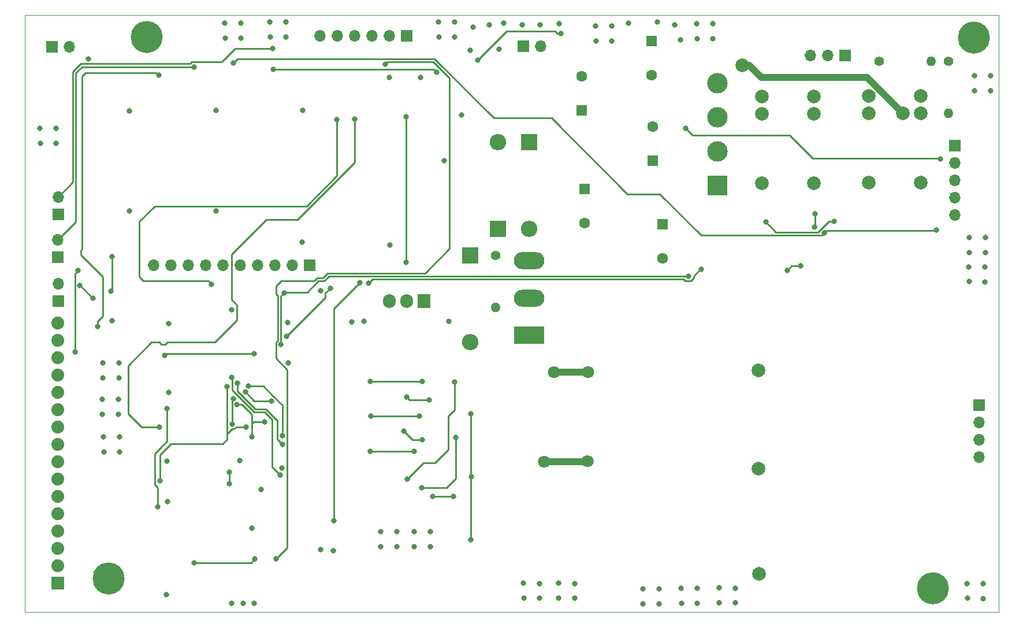
<source format=gbr>
%TF.GenerationSoftware,KiCad,Pcbnew,(6.0.0)*%
%TF.CreationDate,2022-06-11T13:18:49-06:00*%
%TF.ProjectId,Turbopump Controller,54757262-6f70-4756-9d70-20436f6e7472,rev?*%
%TF.SameCoordinates,Original*%
%TF.FileFunction,Copper,L4,Bot*%
%TF.FilePolarity,Positive*%
%FSLAX46Y46*%
G04 Gerber Fmt 4.6, Leading zero omitted, Abs format (unit mm)*
G04 Created by KiCad (PCBNEW (6.0.0)) date 2022-06-11 13:18:49*
%MOMM*%
%LPD*%
G01*
G04 APERTURE LIST*
%TA.AperFunction,Profile*%
%ADD10C,0.100000*%
%TD*%
%TA.AperFunction,ComponentPad*%
%ADD11R,3.000000X3.000000*%
%TD*%
%TA.AperFunction,ComponentPad*%
%ADD12C,3.000000*%
%TD*%
%TA.AperFunction,ComponentPad*%
%ADD13R,1.700000X1.700000*%
%TD*%
%TA.AperFunction,ComponentPad*%
%ADD14O,1.700000X1.700000*%
%TD*%
%TA.AperFunction,ComponentPad*%
%ADD15C,4.700000*%
%TD*%
%TA.AperFunction,ComponentPad*%
%ADD16C,1.400000*%
%TD*%
%TA.AperFunction,ComponentPad*%
%ADD17O,1.400000X1.400000*%
%TD*%
%TA.AperFunction,ComponentPad*%
%ADD18R,1.905000X2.000000*%
%TD*%
%TA.AperFunction,ComponentPad*%
%ADD19O,1.905000X2.000000*%
%TD*%
%TA.AperFunction,ComponentPad*%
%ADD20R,1.600000X1.600000*%
%TD*%
%TA.AperFunction,ComponentPad*%
%ADD21C,1.600000*%
%TD*%
%TA.AperFunction,ComponentPad*%
%ADD22R,2.400000X2.400000*%
%TD*%
%TA.AperFunction,ComponentPad*%
%ADD23O,2.400000X2.400000*%
%TD*%
%TA.AperFunction,ComponentPad*%
%ADD24R,4.500000X2.500000*%
%TD*%
%TA.AperFunction,ComponentPad*%
%ADD25O,4.500000X2.500000*%
%TD*%
%TA.AperFunction,ComponentPad*%
%ADD26R,1.879600X1.879600*%
%TD*%
%TA.AperFunction,ComponentPad*%
%ADD27C,1.879600*%
%TD*%
%TA.AperFunction,ComponentPad*%
%ADD28C,2.000000*%
%TD*%
%TA.AperFunction,ViaPad*%
%ADD29C,0.800000*%
%TD*%
%TA.AperFunction,ViaPad*%
%ADD30C,2.000000*%
%TD*%
%TA.AperFunction,ViaPad*%
%ADD31C,1.800000*%
%TD*%
%TA.AperFunction,Conductor*%
%ADD32C,0.250000*%
%TD*%
%TA.AperFunction,Conductor*%
%ADD33C,1.000000*%
%TD*%
G04 APERTURE END LIST*
D10*
X92870000Y-53320000D02*
X235620000Y-53320000D01*
X235620000Y-53320000D02*
X235620000Y-140720000D01*
X235620000Y-140720000D02*
X92870000Y-140720000D01*
X92870000Y-140720000D02*
X92870000Y-53320000D01*
D11*
%TO.P,D1,1,+*%
%TO.N,Net-(C1-Pad1)*%
X194387500Y-78307500D03*
D12*
%TO.P,D1,2,-*%
%TO.N,GND*%
X194387500Y-73307500D03*
%TO.P,D1,3*%
%TO.N,Net-(D1-Pad3)*%
X194387500Y-68307500D03*
%TO.P,D1,4*%
%TO.N,Net-(D1-Pad4)*%
X194387500Y-63307500D03*
%TD*%
D13*
%TO.P,SW1,1,A*%
%TO.N,GND*%
X97775000Y-95170000D03*
D14*
%TO.P,SW1,2,B*%
%TO.N,Net-(SW1-Pad2)*%
X97775000Y-92630000D03*
%TD*%
D15*
%TO.P,REF\u002A\u002A,1*%
%TO.N,N/C*%
X232030000Y-56630000D03*
%TD*%
D16*
%TO.P,R1,1*%
%TO.N,Net-(C1-Pad1)*%
X218150000Y-60050000D03*
D17*
%TO.P,R1,2*%
%TO.N,Net-(C5-Pad1)*%
X225770000Y-60050000D03*
%TD*%
D13*
%TO.P,J1,1,Pin_1*%
%TO.N,Net-(J1-Pad1)*%
X213085000Y-59205000D03*
D14*
%TO.P,J1,2,Pin_2*%
%TO.N,Net-(J1-Pad2)*%
X210545000Y-59205000D03*
%TO.P,J1,3,Pin_3*%
%TO.N,Net-(J1-Pad3)*%
X208005000Y-59205000D03*
%TD*%
D15*
%TO.P,REF\u002A\u002A,1*%
%TO.N,N/C*%
X110750000Y-56510000D03*
%TD*%
D13*
%TO.P,J4,1,Pin_1*%
%TO.N,Net-(J4-Pad1)*%
X96890000Y-57979000D03*
D14*
%TO.P,J4,2,Pin_2*%
%TO.N,+5V*%
X99430000Y-57979000D03*
%TD*%
D18*
%TO.P,U6,1,VI*%
%TO.N,Net-(C6-Pad1)*%
X151370000Y-95205000D03*
D19*
%TO.P,U6,2,GND*%
%TO.N,GND*%
X148830000Y-95205000D03*
%TO.P,U6,3,VO*%
%TO.N,+15V*%
X146290000Y-95205000D03*
%TD*%
D20*
%TO.P,C1,1*%
%TO.N,Net-(C1-Pad1)*%
X184930000Y-74662651D03*
D21*
%TO.P,C1,2*%
%TO.N,GND*%
X184930000Y-69662651D03*
%TD*%
D22*
%TO.P,D2,1,K*%
%TO.N,Net-(C1-Pad1)*%
X166800000Y-71960000D03*
D23*
%TO.P,D2,2,A*%
%TO.N,Net-(D2-Pad2)*%
X166800000Y-84660000D03*
%TD*%
D13*
%TO.P,J6,1,Pin_1*%
%TO.N,GND*%
X148880000Y-56340000D03*
D14*
%TO.P,J6,2,Pin_2*%
%TO.N,Net-(C30-Pad1)*%
X146340000Y-56340000D03*
%TO.P,J6,3,Pin_3*%
%TO.N,Net-(J6-Pad3)*%
X143800000Y-56340000D03*
%TO.P,J6,4,Pin_4*%
%TO.N,Net-(J6-Pad4)*%
X141260000Y-56340000D03*
%TO.P,J6,5,Pin_5*%
%TO.N,Net-(J6-Pad5)*%
X138720000Y-56340000D03*
%TO.P,J6,6,Pin_6*%
%TO.N,Net-(J6-Pad6)*%
X136180000Y-56340000D03*
%TD*%
D13*
%TO.P,SW3,1,A*%
%TO.N,GND*%
X97750000Y-88770000D03*
D14*
%TO.P,SW3,2,B*%
%TO.N,Net-(SW3-Pad2)*%
X97750000Y-86230000D03*
%TD*%
D13*
%TO.P,J7,1,Pin_1*%
%TO.N,Net-(J7-Pad1)*%
X134650000Y-89925000D03*
D14*
%TO.P,J7,2,Pin_2*%
%TO.N,Net-(J7-Pad2)*%
X132110000Y-89925000D03*
%TO.P,J7,3,Pin_3*%
%TO.N,Net-(J7-Pad3)*%
X129570000Y-89925000D03*
%TO.P,J7,4,Pin_4*%
%TO.N,Net-(J7-Pad4)*%
X127030000Y-89925000D03*
%TO.P,J7,5,Pin_5*%
%TO.N,Net-(J7-Pad5)*%
X124490000Y-89925000D03*
%TO.P,J7,6,Pin_6*%
%TO.N,Net-(J7-Pad6)*%
X121950000Y-89925000D03*
%TO.P,J7,7,Pin_7*%
%TO.N,Net-(J7-Pad7)*%
X119410000Y-89925000D03*
%TO.P,J7,8,Pin_8*%
%TO.N,Net-(J7-Pad8)*%
X116870000Y-89925000D03*
%TO.P,J7,9,Pin_9*%
%TO.N,Net-(J7-Pad9)*%
X114330000Y-89925000D03*
%TO.P,J7,10,Pin_10*%
%TO.N,Net-(J7-Pad10)*%
X111790000Y-89925000D03*
%TD*%
D24*
%TO.P,Q3,1,D*%
%TO.N,Net-(C1-Pad1)*%
X166795000Y-100210000D03*
D25*
%TO.P,Q3,2,S*%
%TO.N,GND*%
X166795000Y-94760000D03*
%TO.P,Q3,3,G*%
%TO.N,Net-(D6-Pad2)*%
X166795000Y-89310000D03*
%TD*%
D13*
%TO.P,J3,1,Pin_1*%
%TO.N,GND*%
X229205000Y-72430000D03*
D14*
%TO.P,J3,2,Pin_2*%
%TO.N,Net-(D10-Pad3)*%
X229205000Y-74970000D03*
%TO.P,J3,3,Pin_3*%
%TO.N,Net-(J3-Pad3)*%
X229205000Y-77510000D03*
%TO.P,J3,4,Pin_4*%
%TO.N,Net-(C5-Pad1)*%
X229205000Y-80050000D03*
%TO.P,J3,5,Pin_5*%
%TO.N,+5V*%
X229205000Y-82590000D03*
%TD*%
D16*
%TO.P,R4,1*%
%TO.N,Net-(C5-Pad1)*%
X228230000Y-60050000D03*
D17*
%TO.P,R4,2*%
%TO.N,Net-(C5-Pad2)*%
X228230000Y-67670000D03*
%TD*%
D13*
%TO.P,SW2,1,A*%
%TO.N,GND*%
X97765000Y-82480000D03*
D14*
%TO.P,SW2,2,B*%
%TO.N,Net-(SW2-Pad2)*%
X97765000Y-79940000D03*
%TD*%
D13*
%TO.P,J2,1,Pin_1*%
%TO.N,Net-(D10-Pad4)*%
X165950000Y-57885000D03*
D14*
%TO.P,J2,2,Pin_2*%
%TO.N,Net-(D10-Pad3)*%
X168490000Y-57885000D03*
%TD*%
D20*
%TO.P,C4,1*%
%TO.N,Net-(C1-Pad1)*%
X174540000Y-67262651D03*
D21*
%TO.P,C4,2*%
%TO.N,GND*%
X174540000Y-62262651D03*
%TD*%
D26*
%TO.P,U12,1,RST*%
%TO.N,unconnected-(U12-Pad1)*%
X97750000Y-136500000D03*
D27*
%TO.P,U12,2,RX*%
%TO.N,unconnected-(U12-Pad2)*%
X97750000Y-133960000D03*
%TO.P,U12,3,GND*%
%TO.N,unconnected-(U12-Pad3)*%
X97750000Y-131420000D03*
%TO.P,U12,4,3.3V*%
%TO.N,unconnected-(U12-Pad4)*%
X97750000Y-128880000D03*
%TO.P,U12,5,GND*%
%TO.N,GND*%
X97750000Y-126340000D03*
%TO.P,U12,6,RAW*%
%TO.N,Net-(U12-Pad6)*%
X97750000Y-123800000D03*
%TO.P,U12,7,DA*%
%TO.N,unconnected-(U12-Pad7)*%
X97750000Y-121260000D03*
%TO.P,U12,8,CL*%
%TO.N,unconnected-(U12-Pad8)*%
X97750000Y-118720000D03*
%TO.P,U12,9,TX0*%
%TO.N,unconnected-(U12-Pad9)*%
X97750000Y-116180000D03*
%TO.P,U12,10,RXI*%
%TO.N,unconnected-(U12-Pad10)*%
X97750000Y-113640000D03*
%TO.P,U12,11,\u005CCS*%
%TO.N,Net-(U12-Pad11)*%
X97750000Y-111100000D03*
%TO.P,U12,12,SDI*%
%TO.N,Net-(U12-Pad12)*%
X97750000Y-108560000D03*
%TO.P,U12,13,SDO*%
%TO.N,Net-(U12-Pad13)*%
X97750000Y-106020000D03*
%TO.P,U12,14,SCK*%
%TO.N,Net-(U12-Pad14)*%
X97750000Y-103482540D03*
%TO.P,U12,15,R*%
%TO.N,unconnected-(U12-Pad15)*%
X97750000Y-100942540D03*
%TO.P,U12,16,TX*%
%TO.N,unconnected-(U12-Pad16)*%
X97750000Y-98402540D03*
%TD*%
D15*
%TO.P,REF\u002A\u002A,1*%
%TO.N,N/C*%
X105150000Y-135830000D03*
%TD*%
D28*
%TO.P,K1,11*%
%TO.N,Net-(J1-Pad1)*%
X216580000Y-67730000D03*
%TO.P,K1,12*%
%TO.N,Net-(D1-Pad4)*%
X224200000Y-67730000D03*
%TO.P,K1,13*%
%TO.N,N/C*%
X216580000Y-65190000D03*
%TO.P,K1,14*%
%TO.N,unconnected-(K1-Pad14)*%
X224200000Y-65190000D03*
%TO.P,K1,A1*%
%TO.N,Net-(D3-Pad1)*%
X216580000Y-77890000D03*
%TO.P,K1,A2*%
%TO.N,Net-(D3-Pad2)*%
X224200000Y-77890000D03*
%TD*%
D16*
%TO.P,R7,1*%
%TO.N,Net-(D6-Pad2)*%
X161910000Y-88540000D03*
D17*
%TO.P,R7,2*%
%TO.N,GND*%
X161910000Y-96160000D03*
%TD*%
D20*
%TO.P,C2,1*%
%TO.N,Net-(C1-Pad1)*%
X186390000Y-83917349D03*
D21*
%TO.P,C2,2*%
%TO.N,GND*%
X186390000Y-88917349D03*
%TD*%
D22*
%TO.P,D7,1,K*%
%TO.N,Net-(D6-Pad2)*%
X158170000Y-88520000D03*
D23*
%TO.P,D7,2,A*%
%TO.N,GND*%
X158170000Y-101220000D03*
%TD*%
D20*
%TO.P,C6,1*%
%TO.N,Net-(C6-Pad1)*%
X184740000Y-57137349D03*
D21*
%TO.P,C6,2*%
%TO.N,GND*%
X184740000Y-62137349D03*
%TD*%
D15*
%TO.P,REF\u002A\u002A,1*%
%TO.N,N/C*%
X225970000Y-137290000D03*
%TD*%
D20*
%TO.P,C3,1*%
%TO.N,Net-(C1-Pad1)*%
X174890000Y-78817349D03*
D21*
%TO.P,C3,2*%
%TO.N,GND*%
X174890000Y-83817349D03*
%TD*%
D22*
%TO.P,D5,1,K*%
%TO.N,Net-(D2-Pad2)*%
X162240000Y-84640000D03*
D23*
%TO.P,D5,2,A*%
%TO.N,Net-(D5-Pad2)*%
X162240000Y-71940000D03*
%TD*%
D13*
%TO.P,J5,1,Pin_1*%
%TO.N,Net-(J5-Pad1)*%
X232755000Y-110410000D03*
D14*
%TO.P,J5,2,Pin_2*%
%TO.N,Net-(J5-Pad2)*%
X232755000Y-112950000D03*
%TO.P,J5,3,Pin_3*%
%TO.N,Net-(J5-Pad3)*%
X232755000Y-115490000D03*
%TO.P,J5,4,Pin_4*%
%TO.N,GND*%
X232755000Y-118030000D03*
%TD*%
D28*
%TO.P,K2,11*%
%TO.N,Net-(D1-Pad3)*%
X200930000Y-67780000D03*
%TO.P,K2,12*%
%TO.N,Net-(J1-Pad2)*%
X208550000Y-67780000D03*
%TO.P,K2,13*%
%TO.N,N/C*%
X200930000Y-65240000D03*
%TO.P,K2,14*%
%TO.N,Net-(J1-Pad3)*%
X208550000Y-65240000D03*
%TO.P,K2,A1*%
%TO.N,Net-(D3-Pad1)*%
X200930000Y-77940000D03*
%TO.P,K2,A2*%
%TO.N,Net-(D4-Pad2)*%
X208550000Y-77940000D03*
%TD*%
D29*
%TO.N,GND*%
X156870000Y-67980000D03*
%TO.N,Net-(C6-Pad1)*%
X159280000Y-59870000D03*
X171440000Y-55980000D03*
%TO.N,Net-(D10-Pad3)*%
X189770000Y-69910000D03*
%TO.N,GND*%
X191390000Y-54590000D03*
X191420000Y-56770000D03*
X146300000Y-62440000D03*
X233660000Y-85910000D03*
X233660000Y-88100000D03*
X231010000Y-136570000D03*
X138140000Y-131760000D03*
X113940000Y-98470000D03*
X189100000Y-137300000D03*
X131500000Y-104300000D03*
X171150000Y-138740000D03*
X124880000Y-139480000D03*
X171190000Y-54590000D03*
X194670000Y-137240000D03*
X146360000Y-87010000D03*
X155920000Y-56530000D03*
X168390000Y-54740000D03*
X108180000Y-81970000D03*
X189130000Y-139480000D03*
X163060000Y-54470000D03*
X113840000Y-124570000D03*
X131450000Y-98310000D03*
X113700000Y-118670000D03*
X234420000Y-62190000D03*
X231260000Y-90170000D03*
X185830000Y-137370000D03*
X130550000Y-119660000D03*
D30*
X200420000Y-119760000D03*
D29*
X147380000Y-131180000D03*
X140790000Y-98280000D03*
X153580000Y-56510000D03*
X153550000Y-54330000D03*
X123220000Y-96490000D03*
X104330000Y-104290000D03*
X185830000Y-139560000D03*
X233630000Y-90180000D03*
X104270000Y-111810000D03*
X178950000Y-54910000D03*
X193760000Y-54600000D03*
X106610000Y-109640000D03*
X97480000Y-72110000D03*
X136220000Y-93650000D03*
X124590000Y-54520000D03*
X234420000Y-64380000D03*
X122220000Y-54510000D03*
X128800000Y-54330000D03*
X97480000Y-69920000D03*
X233630000Y-92370000D03*
D30*
X200520000Y-135150000D03*
D29*
X95140000Y-72090000D03*
X183460000Y-137360000D03*
X149940000Y-129010000D03*
X124410000Y-118540000D03*
X171120000Y-136560000D03*
X123230000Y-139500000D03*
X231040000Y-138750000D03*
X181360000Y-54510000D03*
X120880000Y-82030000D03*
X197040000Y-137250000D03*
X194700000Y-139420000D03*
X106610000Y-111830000D03*
X183490000Y-139540000D03*
X231290000Y-92350000D03*
X120880000Y-67300000D03*
X106700000Y-104300000D03*
X131170000Y-54340000D03*
X165810000Y-54700000D03*
X193760000Y-56790000D03*
X176610000Y-57080000D03*
X160990000Y-54710000D03*
X102160000Y-59690000D03*
X113640000Y-138250000D03*
X185560000Y-54340000D03*
X133540000Y-86556940D03*
X133580000Y-67290000D03*
X232080000Y-64360000D03*
X165980000Y-136560000D03*
X176580000Y-54900000D03*
X189010000Y-56940000D03*
X124590000Y-56710000D03*
X150910000Y-62400000D03*
X168350000Y-136570000D03*
X104430000Y-115110000D03*
X126520000Y-139500000D03*
X95110000Y-69910000D03*
X145040000Y-131160000D03*
X113974500Y-108560000D03*
X105650000Y-98060000D03*
X155920000Y-54340000D03*
X147380000Y-128990000D03*
X158580000Y-55050000D03*
X162420000Y-58290000D03*
X145010000Y-128980000D03*
X152310000Y-129020000D03*
X191470000Y-137310000D03*
X106800000Y-115120000D03*
X158170000Y-58500000D03*
D30*
X200450000Y-105340000D03*
D29*
X142630000Y-98160000D03*
X233380000Y-138770000D03*
X104460000Y-117290000D03*
X122250000Y-56690000D03*
X104240000Y-109630000D03*
X131170000Y-56530000D03*
X127520000Y-122810000D03*
X106700000Y-106490000D03*
X154315500Y-74610000D03*
X108180000Y-67340000D03*
X232050000Y-62180000D03*
X231320000Y-88080000D03*
X233380000Y-136580000D03*
X168350000Y-138760000D03*
X106800000Y-117310000D03*
X152310000Y-131210000D03*
X188110000Y-54760000D03*
X173490000Y-138760000D03*
X136280000Y-131620000D03*
X178950000Y-57100000D03*
X155060000Y-98200000D03*
X197040000Y-139440000D03*
X231290000Y-85900000D03*
X126170000Y-128440000D03*
X173490000Y-136570000D03*
X104360000Y-106470000D03*
X149970000Y-131190000D03*
X191470000Y-139500000D03*
X128830000Y-56510000D03*
X166010000Y-138740000D03*
%TO.N,+5V*%
X126520000Y-102940000D03*
X113710000Y-110990000D03*
X130880000Y-93980000D03*
X113390000Y-103190000D03*
X112360000Y-125360000D03*
X204640000Y-90680000D03*
X190180000Y-91560000D03*
X206610000Y-90060000D03*
X130420000Y-101570000D03*
%TO.N,+15V*%
X143260000Y-92580000D03*
X137650000Y-93320000D03*
X131280000Y-100380000D03*
X192040000Y-90530000D03*
D31*
%TO.N,Net-(C15-Pad2)*%
X170440000Y-105610000D03*
X175420000Y-105590000D03*
D29*
X152130000Y-109660000D03*
X148860000Y-109230000D03*
D31*
%TO.N,Net-(C18-Pad2)*%
X175390000Y-118650000D03*
D29*
X151150000Y-115490000D03*
X148460000Y-114220000D03*
D31*
X169020000Y-118750000D03*
D29*
%TO.N,Net-(C30-Pad1)*%
X148810000Y-68190000D03*
X138150000Y-127380000D03*
X148810000Y-89500000D03*
X142000000Y-92490000D03*
%TO.N,Net-(D10-Pad3)*%
X153252701Y-61697299D03*
X129290000Y-61220000D03*
X227070000Y-74340000D03*
%TO.N,Net-(J3-Pad3)*%
X123450000Y-60300000D03*
X210040000Y-85250000D03*
X226462300Y-84782300D03*
%TO.N,Net-(J6-Pad3)*%
X129760000Y-132940000D03*
X145760000Y-60480000D03*
%TO.N,Net-(J6-Pad4)*%
X141200000Y-68500000D03*
X112610000Y-113660000D03*
%TO.N,Net-(J6-Pad5)*%
X138640000Y-68650000D03*
X120220000Y-92710000D03*
D30*
%TO.N,Net-(D1-Pad4)*%
X198050000Y-60630000D03*
X221540000Y-67650000D03*
D29*
%TO.N,Net-(Q2-Pad1)*%
X208680000Y-82440000D03*
X208670000Y-84400000D03*
%TO.N,Net-(R8-Pad1)*%
X130644511Y-114930000D03*
X125695819Y-107677872D03*
%TO.N,Net-(U12-Pad13)*%
X100720000Y-90710000D03*
X100240000Y-102650000D03*
%TO.N,Net-(U12-Pad11)*%
X105478531Y-93726000D03*
X105650000Y-88710000D03*
%TO.N,Net-(SW1-Pad2)*%
X102855500Y-94800000D03*
X100964500Y-92910000D03*
%TO.N,Net-(SW2-Pad2)*%
X129230000Y-58230000D03*
%TO.N,Net-(SW3-Pad2)*%
X117690000Y-60875511D03*
%TO.N,Net-(U12-Pad6)*%
X112490000Y-62140000D03*
X103590000Y-98900000D03*
%TO.N,Net-(U11-Pad2)*%
X123270000Y-113200000D03*
X123432775Y-109547070D03*
%TO.N,Net-(U11-Pad5)*%
X122840000Y-120270000D03*
X122840000Y-121924500D03*
%TO.N,Net-(U11-Pad6)*%
X126170000Y-115110000D03*
X123984500Y-110380500D03*
X128000000Y-112940500D03*
%TO.N,Net-(U11-Pad4)*%
X129020000Y-109870000D03*
X125189842Y-108539842D03*
%TO.N,Net-(U11-Pad7)*%
X112700000Y-121570000D03*
X125330000Y-113650000D03*
X122520000Y-107750000D03*
%TO.N,Net-(R11-Pad2)*%
X117710000Y-133540000D03*
X126590000Y-133000000D03*
%TO.N,Net-(RV1-Pad2)*%
X124050000Y-107240000D03*
X130644500Y-116180000D03*
%TO.N,Net-(Q7-Pad3)*%
X158280000Y-130190000D03*
X130290000Y-120670000D03*
X158310000Y-120920000D03*
X158290000Y-111740000D03*
X123240000Y-106370000D03*
%TO.N,Net-(R13-Pad2)*%
X143530000Y-117180000D03*
X149970000Y-117180000D03*
%TO.N,Net-(R10-Pad2)*%
X143580000Y-112030000D03*
X150680000Y-112030000D03*
%TO.N,Net-(R9-Pad2)*%
X143520000Y-106950000D03*
X151124020Y-106950000D03*
%TO.N,Net-(Q7-Pad1)*%
X148920000Y-121310000D03*
X155900000Y-107070000D03*
%TO.N,Net-(Q8-Pad1)*%
X156060000Y-115150000D03*
X151060000Y-122570000D03*
%TO.N,Net-(Q9-Pad1)*%
X152630000Y-123800000D03*
X155720000Y-123800000D03*
%TO.N,Net-(D3-Pad1)*%
X201500000Y-83630000D03*
X211520000Y-83500000D03*
%TD*%
D32*
%TO.N,Net-(D10-Pad3)*%
X227040000Y-74310000D02*
X227070000Y-74340000D01*
X208360000Y-74310000D02*
X227040000Y-74310000D01*
X204990000Y-70940000D02*
X208360000Y-74310000D01*
X190800000Y-70940000D02*
X204990000Y-70940000D01*
X189770000Y-69910000D02*
X190800000Y-70940000D01*
%TO.N,Net-(C6-Pad1)*%
X163470000Y-55680000D02*
X159280000Y-59870000D01*
X170630000Y-55680000D02*
X163470000Y-55680000D01*
X170930000Y-55980000D02*
X170630000Y-55680000D01*
X171440000Y-55980000D02*
X170930000Y-55980000D01*
%TO.N,Net-(J3-Pad3)*%
X209715969Y-85574031D02*
X210040000Y-85250000D01*
X192014031Y-85574031D02*
X209715969Y-85574031D01*
X181220000Y-79520000D02*
X185960000Y-79520000D01*
X185960000Y-79520000D02*
X192014031Y-85574031D01*
X161602879Y-68387162D02*
X170087162Y-68387162D01*
X170087162Y-68387162D02*
X181220000Y-79520000D01*
X152925717Y-59710000D02*
X161602879Y-68387162D01*
X124040000Y-59710000D02*
X152925717Y-59710000D01*
X123450000Y-60300000D02*
X124040000Y-59710000D01*
%TO.N,+5V*%
X113650000Y-102930000D02*
X114060000Y-102930000D01*
X112360000Y-125360000D02*
X112360000Y-122550000D01*
X137480000Y-91560000D02*
X190180000Y-91560000D01*
X130880000Y-93980000D02*
X130420000Y-94440000D01*
X113390000Y-103190000D02*
X113650000Y-102930000D01*
X130420000Y-94440000D02*
X130420000Y-101570000D01*
X135938793Y-92265489D02*
X136774511Y-92265489D01*
X134274282Y-93930000D02*
X135938793Y-92265489D01*
X114060000Y-102930000D02*
X114070000Y-102940000D01*
X130930000Y-93930000D02*
X134274282Y-93930000D01*
X205260000Y-90060000D02*
X206610000Y-90060000D01*
X136774511Y-92265489D02*
X137480000Y-91560000D01*
X111900000Y-122090000D02*
X111900000Y-117560000D01*
X113710000Y-110990000D02*
X113710000Y-115760000D01*
X130880000Y-93980000D02*
X130930000Y-93930000D01*
X204640000Y-90680000D02*
X205260000Y-90060000D01*
X111900000Y-117560000D02*
X112930000Y-116530000D01*
X113710000Y-115760000D02*
X112980000Y-116490000D01*
X114070000Y-102940000D02*
X126520000Y-102940000D01*
X112360000Y-122550000D02*
X111900000Y-122090000D01*
%TO.N,+15V*%
X136944511Y-94715489D02*
X131280000Y-100380000D01*
X136944511Y-94025489D02*
X136944511Y-94715489D01*
X137650000Y-93320000D02*
X136944511Y-94025489D01*
X192040000Y-90530000D02*
X191900000Y-90530000D01*
X191900000Y-90530000D02*
X190904511Y-91525489D01*
X189704991Y-92284511D02*
X189430000Y-92009520D01*
X190904511Y-91860103D02*
X190480103Y-92284511D01*
X143830480Y-92009520D02*
X143260000Y-92580000D01*
X190480103Y-92284511D02*
X189704991Y-92284511D01*
X189430000Y-92009520D02*
X143830480Y-92009520D01*
X190904511Y-91525489D02*
X190904511Y-91860103D01*
%TO.N,Net-(C15-Pad2)*%
X149290000Y-109660000D02*
X152130000Y-109660000D01*
D33*
X175420000Y-105590000D02*
X175400000Y-105610000D01*
D32*
X148860000Y-109230000D02*
X149290000Y-109660000D01*
D33*
X175400000Y-105610000D02*
X170440000Y-105610000D01*
%TO.N,Net-(C18-Pad2)*%
X175390000Y-118650000D02*
X175290000Y-118750000D01*
D32*
X149730000Y-115490000D02*
X151150000Y-115490000D01*
D33*
X175290000Y-118750000D02*
X169020000Y-118750000D01*
D32*
X148460000Y-114220000D02*
X149730000Y-115490000D01*
%TO.N,Net-(C30-Pad1)*%
X148810000Y-89500000D02*
X148810000Y-68190000D01*
X138150000Y-127380000D02*
X138150000Y-96340000D01*
X138150000Y-96340000D02*
X142000000Y-92490000D01*
%TO.N,Net-(D10-Pad3)*%
X153252701Y-61697299D02*
X152815402Y-61260000D01*
X152815402Y-61260000D02*
X129330000Y-61260000D01*
X129330000Y-61260000D02*
X129290000Y-61220000D01*
%TO.N,Net-(J3-Pad3)*%
X226409600Y-84835000D02*
X210455000Y-84835000D01*
X210455000Y-84835000D02*
X210040000Y-85250000D01*
X226462300Y-84782300D02*
X226409600Y-84835000D01*
%TO.N,Net-(J6-Pad3)*%
X155130000Y-87510000D02*
X155130000Y-62550000D01*
X129970480Y-94485094D02*
X129695489Y-94210103D01*
X129695489Y-101269897D02*
X129970480Y-100994906D01*
X131369011Y-131330989D02*
X131369011Y-105289011D01*
X129970480Y-100994906D02*
X129970480Y-94485094D01*
X129695489Y-94210103D02*
X129695489Y-92964511D01*
X135752596Y-91815969D02*
X136588314Y-91815969D01*
X131369011Y-105289011D02*
X129695489Y-103615489D01*
X137293803Y-91110480D02*
X151529520Y-91110480D01*
X155130000Y-62550000D02*
X152739520Y-60159520D01*
X129760000Y-132940000D02*
X131369011Y-131330989D01*
X129695489Y-103615489D02*
X129695489Y-101269897D01*
X152739520Y-60159520D02*
X146080480Y-60159520D01*
X136588314Y-91815969D02*
X137293803Y-91110480D01*
X129695489Y-92964511D02*
X130440000Y-92220000D01*
X146080480Y-60159520D02*
X145760000Y-60480000D01*
X130440000Y-92220000D02*
X135348564Y-92220000D01*
X151529520Y-91110480D02*
X155130000Y-87510000D01*
X135348564Y-92220000D02*
X135752596Y-91815969D01*
%TO.N,Net-(J6-Pad4)*%
X123210000Y-95020000D02*
X123210000Y-88330000D01*
X132835718Y-83260000D02*
X141200000Y-74895718D01*
X123944511Y-97985489D02*
X123944511Y-95754511D01*
X112584906Y-101249520D02*
X112859897Y-101524511D01*
X108010000Y-104670000D02*
X111430480Y-101249520D01*
X112610000Y-113660000D02*
X109970000Y-113660000D01*
X123944511Y-95754511D02*
X123210000Y-95020000D01*
X112859897Y-101524511D02*
X113460103Y-101524511D01*
X113764614Y-101220000D02*
X120710000Y-101220000D01*
X123210000Y-88330000D02*
X128280000Y-83260000D01*
X120710000Y-101220000D02*
X123944511Y-97985489D01*
X108010000Y-111700000D02*
X108010000Y-104670000D01*
X111430480Y-101249520D02*
X112584906Y-101249520D01*
X109970000Y-113660000D02*
X108010000Y-111700000D01*
X128280000Y-83260000D02*
X132835718Y-83260000D01*
X141200000Y-74895718D02*
X141200000Y-68500000D01*
X113460103Y-101524511D02*
X113764614Y-101220000D01*
%TO.N,Net-(J6-Pad5)*%
X134180000Y-81280000D02*
X138640000Y-76820000D01*
X109650000Y-83540000D02*
X111910000Y-81280000D01*
X111910000Y-81280000D02*
X134180000Y-81280000D01*
X138640000Y-76820000D02*
X138640000Y-68650000D01*
X109650000Y-91640000D02*
X109650000Y-83540000D01*
X110280000Y-92270000D02*
X109650000Y-91640000D01*
X120220000Y-92710000D02*
X119780000Y-92270000D01*
X119780000Y-92270000D02*
X110280000Y-92270000D01*
D33*
%TO.N,Net-(D1-Pad4)*%
X200850000Y-62430000D02*
X199050000Y-60630000D01*
X221540000Y-67650000D02*
X216320000Y-62430000D01*
X216320000Y-62430000D02*
X200850000Y-62430000D01*
X199050000Y-60630000D02*
X198050000Y-60630000D01*
D32*
%TO.N,Net-(Q2-Pad1)*%
X208680000Y-82440000D02*
X208680000Y-84390000D01*
X208680000Y-84390000D02*
X208670000Y-84400000D01*
%TO.N,Net-(R8-Pad1)*%
X129240000Y-109070000D02*
X127850000Y-107680000D01*
X130644511Y-110469897D02*
X130632307Y-110457693D01*
X130644511Y-114930000D02*
X130644511Y-110469897D01*
X129244614Y-109070000D02*
X129240000Y-109070000D01*
X125695819Y-107677872D02*
X127817872Y-107677872D01*
X127850000Y-107680000D02*
X127820000Y-107680000D01*
X130632307Y-110457693D02*
X129244614Y-109070000D01*
X127817872Y-107677872D02*
X127820000Y-107680000D01*
%TO.N,Net-(U12-Pad13)*%
X100240000Y-91190000D02*
X100240000Y-102650000D01*
X100720000Y-90710000D02*
X100240000Y-91190000D01*
%TO.N,Net-(U12-Pad11)*%
X105478531Y-93726000D02*
X105650000Y-93554531D01*
X105650000Y-93554531D02*
X105650000Y-88710000D01*
%TO.N,Net-(SW1-Pad2)*%
X102854500Y-94800000D02*
X100964500Y-92910000D01*
X102855500Y-94800000D02*
X102854500Y-94800000D01*
%TO.N,Net-(SW2-Pad2)*%
X101072585Y-60425980D02*
X99921440Y-61577125D01*
X117114917Y-60425980D02*
X101072585Y-60425980D01*
X117999103Y-60160000D02*
X117990103Y-60151000D01*
X121784282Y-60160000D02*
X117999103Y-60160000D01*
X99921440Y-77783560D02*
X97765000Y-79940000D01*
X117389897Y-60151000D02*
X117114917Y-60425980D01*
X123714282Y-58230000D02*
X121784282Y-60160000D01*
X117990103Y-60151000D02*
X117389897Y-60151000D01*
X99921440Y-61577125D02*
X99921440Y-77783560D01*
X129230000Y-58230000D02*
X123714282Y-58230000D01*
%TO.N,Net-(SW3-Pad2)*%
X100370960Y-83609040D02*
X97750000Y-86230000D01*
X117689989Y-60875500D02*
X101258782Y-60875500D01*
X101258782Y-60875500D02*
X100370960Y-61763322D01*
X117690000Y-60875511D02*
X117689989Y-60875500D01*
X100370960Y-61763322D02*
X100370960Y-83609040D01*
%TO.N,Net-(U12-Pad6)*%
X104304511Y-97415489D02*
X103590000Y-98130000D01*
X112490000Y-62140000D02*
X112124540Y-61774540D01*
X104304511Y-91648793D02*
X104304511Y-97415489D01*
X101105489Y-87759897D02*
X101105489Y-88449771D01*
X101105489Y-88449771D02*
X104304511Y-91648793D01*
X112124540Y-61774540D02*
X101805460Y-61774540D01*
X101270000Y-62310000D02*
X101270000Y-87595386D01*
X101270000Y-87595386D02*
X101105489Y-87759897D01*
X101805460Y-61774540D02*
X101270000Y-62310000D01*
X103590000Y-98130000D02*
X103590000Y-98900000D01*
%TO.N,Net-(U11-Pad2)*%
X123259989Y-109719856D02*
X123259989Y-113189989D01*
X123259989Y-113189989D02*
X123270000Y-113200000D01*
X123432775Y-109547070D02*
X123259989Y-109719856D01*
%TO.N,Net-(U11-Pad5)*%
X122840000Y-120270000D02*
X122840000Y-121924500D01*
%TO.N,Net-(U11-Pad6)*%
X128000000Y-112940500D02*
X126439500Y-112940500D01*
X126170000Y-111816050D02*
X126170000Y-113210000D01*
X126170000Y-115110000D02*
X126170000Y-113210000D01*
X124734450Y-110380500D02*
X126170000Y-111816050D01*
X126439500Y-112940500D02*
X126170000Y-113210000D01*
X123984500Y-110380500D02*
X124734450Y-110380500D01*
%TO.N,Net-(U11-Pad4)*%
X125189842Y-108539842D02*
X126520000Y-109870000D01*
X126520000Y-109870000D02*
X129020000Y-109870000D01*
%TO.N,Net-(U11-Pad7)*%
X114300000Y-116100000D02*
X121898000Y-116100000D01*
X123570103Y-113924511D02*
X123844614Y-113650000D01*
X122520000Y-107750000D02*
X122520000Y-113474614D01*
X122520000Y-114660000D02*
X123255489Y-113924511D01*
X123844614Y-113650000D02*
X125330000Y-113650000D01*
X112700000Y-117700000D02*
X114300000Y-116100000D01*
X121898000Y-116100000D02*
X122520000Y-115478000D01*
X122520000Y-115478000D02*
X122520000Y-113474614D01*
X123255489Y-113924511D02*
X123570103Y-113924511D01*
X112700000Y-121570000D02*
X112700000Y-117700000D01*
%TO.N,Net-(R11-Pad2)*%
X117710000Y-133540000D02*
X126050000Y-133540000D01*
X126050000Y-133540000D02*
X126590000Y-133000000D01*
%TO.N,Net-(RV1-Pad2)*%
X126870332Y-111020332D02*
X128186050Y-111020332D01*
X128186050Y-111020332D02*
X129869520Y-112703803D01*
X126870000Y-111020000D02*
X126870332Y-111020332D01*
X129869520Y-115405020D02*
X130644500Y-116180000D01*
X129869520Y-112703803D02*
X129869520Y-115405020D01*
X124050000Y-108424614D02*
X126645718Y-111020332D01*
X126645718Y-111020332D02*
X126860332Y-111020332D01*
X124050000Y-107240000D02*
X124050000Y-108424614D01*
%TO.N,Net-(Q7-Pad3)*%
X126459520Y-111469852D02*
X127999852Y-111469852D01*
X127999852Y-111469852D02*
X129120000Y-112590000D01*
X123244511Y-106374511D02*
X123244511Y-108254843D01*
X158290000Y-111740000D02*
X158290000Y-130180000D01*
X130280000Y-120670000D02*
X130290000Y-120670000D01*
X123244511Y-108254843D02*
X126459520Y-111469852D01*
X158290000Y-130180000D02*
X158280000Y-130190000D01*
X129120000Y-119510000D02*
X130280000Y-120670000D01*
X123240000Y-106370000D02*
X123244511Y-106374511D01*
X129120000Y-112590000D02*
X129120000Y-119510000D01*
%TO.N,Net-(R13-Pad2)*%
X149630000Y-117180000D02*
X149820000Y-117180000D01*
X143530000Y-117180000D02*
X149630000Y-117180000D01*
X149820000Y-117180000D02*
X149970000Y-117180000D01*
%TO.N,Net-(R10-Pad2)*%
X143580000Y-112030000D02*
X150680000Y-112030000D01*
%TO.N,Net-(R9-Pad2)*%
X143520000Y-106950000D02*
X151124020Y-106950000D01*
%TO.N,Net-(Q7-Pad1)*%
X155900000Y-107070000D02*
X155900000Y-111100000D01*
X154970000Y-116990000D02*
X153030000Y-118930000D01*
X153030000Y-118930000D02*
X151300000Y-118930000D01*
X151300000Y-118930000D02*
X148920000Y-121310000D01*
X155900000Y-111100000D02*
X154970000Y-112030000D01*
X154970000Y-112030000D02*
X154970000Y-116990000D01*
%TO.N,Net-(Q8-Pad1)*%
X154710000Y-122570000D02*
X156060000Y-121220000D01*
X151060000Y-122570000D02*
X154710000Y-122570000D01*
X156060000Y-121220000D02*
X156060000Y-115150000D01*
%TO.N,Net-(Q9-Pad1)*%
X152630000Y-123800000D02*
X155720000Y-123800000D01*
%TO.N,Net-(D3-Pad1)*%
X211520000Y-83500000D02*
X210765386Y-83500000D01*
X201500000Y-83630000D02*
X202994511Y-85124511D01*
X208785489Y-85124511D02*
X208790000Y-85120000D01*
X209140875Y-85124511D02*
X208790000Y-85124511D01*
X210765386Y-83500000D02*
X209140875Y-85124511D01*
X202994511Y-85124511D02*
X208785489Y-85124511D01*
%TD*%
M02*

</source>
